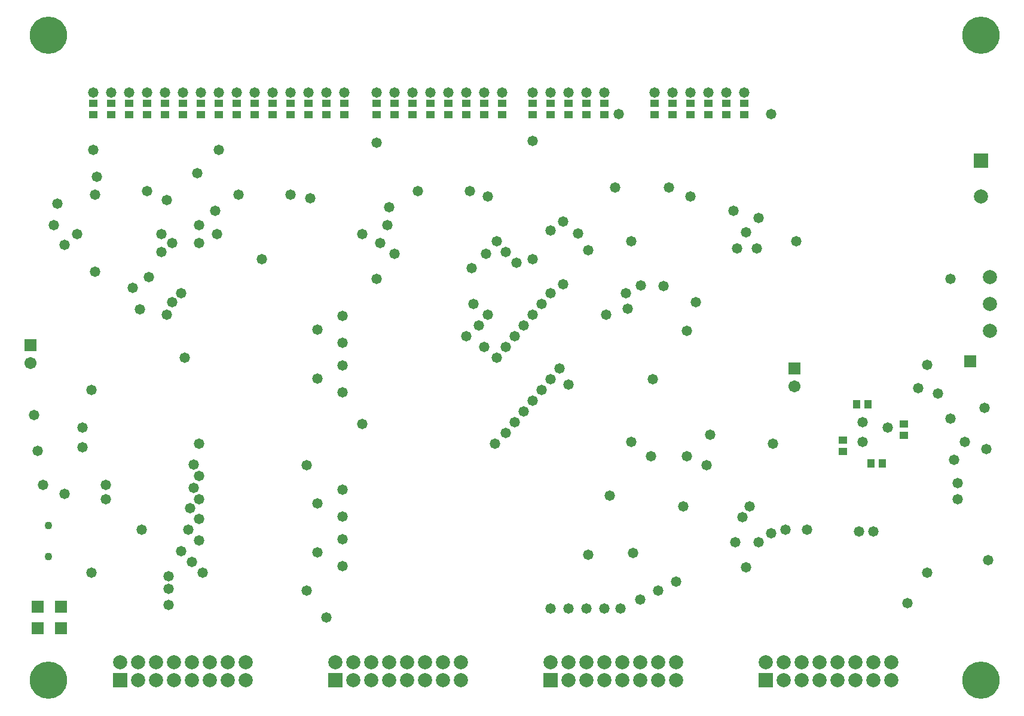
<source format=gbs>
G04*
G04 #@! TF.GenerationSoftware,Altium Limited,Altium Designer,22.3.1 (43)*
G04*
G04 Layer_Color=16711935*
%FSLAX25Y25*%
%MOIN*%
G70*
G04*
G04 #@! TF.SameCoordinates,F15A7EA6-3F3C-4714-8FA7-CF7AF9E4284A*
G04*
G04*
G04 #@! TF.FilePolarity,Negative*
G04*
G01*
G75*
%ADD31R,0.04540X0.03950*%
%ADD32R,0.03950X0.04540*%
%ADD43C,0.07887*%
%ADD44R,0.07887X0.07887*%
%ADD45R,0.07887X0.07887*%
%ADD46C,0.06706*%
%ADD47R,0.06706X0.06706*%
%ADD48C,0.04343*%
%ADD49C,0.20800*%
%ADD50C,0.05800*%
D31*
X408000Y335850D02*
D03*
Y342150D02*
D03*
X358000D02*
D03*
Y335850D02*
D03*
X368000Y342150D02*
D03*
Y335850D02*
D03*
X378000Y342150D02*
D03*
Y335850D02*
D03*
X388000Y342150D02*
D03*
Y335850D02*
D03*
X398000Y342150D02*
D03*
Y335850D02*
D03*
X330000D02*
D03*
Y342150D02*
D03*
X310000Y335850D02*
D03*
Y342150D02*
D03*
X320000Y335850D02*
D03*
Y342150D02*
D03*
X290000Y335850D02*
D03*
Y342150D02*
D03*
X300000Y335850D02*
D03*
Y342150D02*
D03*
X273000Y335850D02*
D03*
Y342150D02*
D03*
X253000Y335850D02*
D03*
Y342150D02*
D03*
X223000Y335850D02*
D03*
Y342150D02*
D03*
X263000Y335850D02*
D03*
Y342150D02*
D03*
X243000Y335850D02*
D03*
Y342150D02*
D03*
X213000Y335850D02*
D03*
Y342150D02*
D03*
X203000Y335850D02*
D03*
Y342150D02*
D03*
X233000Y335850D02*
D03*
Y342150D02*
D03*
X155000Y335850D02*
D03*
Y342150D02*
D03*
X145000Y335850D02*
D03*
Y342150D02*
D03*
X165000Y335850D02*
D03*
Y342150D02*
D03*
X175000Y335850D02*
D03*
Y342150D02*
D03*
X185000Y335850D02*
D03*
Y342150D02*
D03*
X135000Y335850D02*
D03*
Y342150D02*
D03*
X125000Y335850D02*
D03*
Y342150D02*
D03*
X115000Y335850D02*
D03*
Y342150D02*
D03*
X55000Y335850D02*
D03*
Y342150D02*
D03*
X45000Y335701D02*
D03*
Y342000D02*
D03*
X65000Y335850D02*
D03*
Y342150D02*
D03*
X75000Y335850D02*
D03*
Y342150D02*
D03*
X85000Y335701D02*
D03*
Y342000D02*
D03*
X105000Y335850D02*
D03*
Y342150D02*
D03*
X95000Y335850D02*
D03*
Y342150D02*
D03*
X463000Y154150D02*
D03*
Y147850D02*
D03*
X497000Y156850D02*
D03*
Y163150D02*
D03*
D32*
X485150Y141000D02*
D03*
X478850D02*
D03*
X470850Y174000D02*
D03*
X477150D02*
D03*
D43*
X545000Y245000D02*
D03*
Y230000D02*
D03*
Y215000D02*
D03*
X180000Y30000D02*
D03*
X190000Y20000D02*
D03*
Y30000D02*
D03*
X200000Y20000D02*
D03*
Y30000D02*
D03*
X210000Y20000D02*
D03*
Y30000D02*
D03*
X220000Y20000D02*
D03*
Y30000D02*
D03*
X230000Y20000D02*
D03*
Y30000D02*
D03*
X240000Y20000D02*
D03*
Y30000D02*
D03*
X250000Y20000D02*
D03*
Y30000D02*
D03*
X540000Y290000D02*
D03*
X370000Y30000D02*
D03*
Y20000D02*
D03*
X360000Y30000D02*
D03*
Y20000D02*
D03*
X350000Y30000D02*
D03*
Y20000D02*
D03*
X340000Y30000D02*
D03*
Y20000D02*
D03*
X330000Y30000D02*
D03*
Y20000D02*
D03*
X320000Y30000D02*
D03*
Y20000D02*
D03*
X310000Y30000D02*
D03*
Y20000D02*
D03*
X300000Y30000D02*
D03*
X490000D02*
D03*
Y20000D02*
D03*
X480000Y30000D02*
D03*
Y20000D02*
D03*
X470000Y30000D02*
D03*
Y20000D02*
D03*
X460000Y30000D02*
D03*
Y20000D02*
D03*
X450000Y30000D02*
D03*
Y20000D02*
D03*
X440000Y30000D02*
D03*
Y20000D02*
D03*
X430000Y30000D02*
D03*
Y20000D02*
D03*
X420000Y30000D02*
D03*
X130000D02*
D03*
Y20000D02*
D03*
X120000Y30000D02*
D03*
Y20000D02*
D03*
X110000Y30000D02*
D03*
Y20000D02*
D03*
X100000Y30000D02*
D03*
Y20000D02*
D03*
X90000Y30000D02*
D03*
Y20000D02*
D03*
X80000Y30000D02*
D03*
Y20000D02*
D03*
X70000Y30000D02*
D03*
Y20000D02*
D03*
X60000Y30000D02*
D03*
D44*
X180000Y20000D02*
D03*
X300000D02*
D03*
X420000D02*
D03*
X60000D02*
D03*
D45*
X540000Y310000D02*
D03*
D46*
X10000Y197000D02*
D03*
X436000Y184000D02*
D03*
D47*
X10000Y207000D02*
D03*
X14000Y49000D02*
D03*
X534000Y198000D02*
D03*
X27000Y49000D02*
D03*
X14000Y61000D02*
D03*
X27000D02*
D03*
X436000Y194000D02*
D03*
D48*
X20000Y106323D02*
D03*
Y89000D02*
D03*
D49*
X540000Y380000D02*
D03*
X20000D02*
D03*
Y20000D02*
D03*
X540000D02*
D03*
D50*
X510000Y80000D02*
D03*
Y196150D02*
D03*
X443000Y104000D02*
D03*
X431000D02*
D03*
X424000Y152000D02*
D03*
X402000Y282000D02*
D03*
X409000Y270000D02*
D03*
X437000Y265000D02*
D03*
X416000Y278000D02*
D03*
X523000Y166000D02*
D03*
X516000Y180000D02*
D03*
X527000Y121000D02*
D03*
Y130000D02*
D03*
X499000Y63000D02*
D03*
X472000Y103000D02*
D03*
X480000D02*
D03*
X415000Y261000D02*
D03*
X404000D02*
D03*
X408000Y348000D02*
D03*
X423000Y336000D02*
D03*
X256000Y250000D02*
D03*
X300000Y271000D02*
D03*
X307000Y276000D02*
D03*
X264000Y258000D02*
D03*
X300000Y236000D02*
D03*
X260000Y218000D02*
D03*
X205000Y264000D02*
D03*
X257000Y230000D02*
D03*
X265000Y224000D02*
D03*
X210000Y284000D02*
D03*
X263000Y206000D02*
D03*
X209000Y274000D02*
D03*
X195000Y269000D02*
D03*
X253000Y212000D02*
D03*
X195000Y163000D02*
D03*
X170000Y215748D02*
D03*
X544000Y87000D02*
D03*
X543000Y149000D02*
D03*
X525000Y143000D02*
D03*
X531000Y153000D02*
D03*
X71000Y227000D02*
D03*
X76000Y245000D02*
D03*
X67000Y239000D02*
D03*
X72000Y104000D02*
D03*
X139000Y255000D02*
D03*
X114000Y269000D02*
D03*
X113000Y282000D02*
D03*
X104000Y274000D02*
D03*
Y264000D02*
D03*
X103000Y303000D02*
D03*
X23000Y274000D02*
D03*
X25000Y286000D02*
D03*
X36000Y269000D02*
D03*
X29000Y263000D02*
D03*
X94000Y236000D02*
D03*
X83000Y269000D02*
D03*
X89000Y264000D02*
D03*
Y231000D02*
D03*
X86000Y224000D02*
D03*
X83000Y259000D02*
D03*
X290000Y321000D02*
D03*
X47000Y301000D02*
D03*
X96000Y200000D02*
D03*
X505000Y183000D02*
D03*
X523000Y244000D02*
D03*
X416000Y97000D02*
D03*
X423000Y102000D02*
D03*
X381000Y231000D02*
D03*
X343018Y227500D02*
D03*
X331000Y224000D02*
D03*
X376000Y215000D02*
D03*
X411000Y117000D02*
D03*
X407000Y111000D02*
D03*
X307000Y241000D02*
D03*
X290000Y255000D02*
D03*
X203000Y244000D02*
D03*
X281000Y253000D02*
D03*
X275000Y259000D02*
D03*
X280000Y212000D02*
D03*
X270000Y265000D02*
D03*
X315500Y269500D02*
D03*
X310000Y185000D02*
D03*
X387000Y140000D02*
D03*
X389000Y157000D02*
D03*
X333000Y123000D02*
D03*
X346000Y91000D02*
D03*
X356000Y145000D02*
D03*
X376000D02*
D03*
X345000Y153000D02*
D03*
X357000Y188000D02*
D03*
X363000Y240000D02*
D03*
X345000Y265000D02*
D03*
X366000Y295000D02*
D03*
X378000Y290000D02*
D03*
X321000Y260000D02*
D03*
X336000Y295000D02*
D03*
X166000Y289000D02*
D03*
X265000Y290000D02*
D03*
X255000Y293000D02*
D03*
X213000Y258000D02*
D03*
X226000Y293000D02*
D03*
X155000Y291000D02*
D03*
X126000D02*
D03*
X46000Y248000D02*
D03*
X86000Y288000D02*
D03*
X75000Y293000D02*
D03*
X46000Y291000D02*
D03*
X45000Y316000D02*
D03*
X115000D02*
D03*
X203000Y320000D02*
D03*
X338000Y336000D02*
D03*
X403000Y97000D02*
D03*
X409000Y83000D02*
D03*
X342000Y236000D02*
D03*
X350500Y240414D02*
D03*
X290000Y224000D02*
D03*
X374000Y117000D02*
D03*
X175000Y55000D02*
D03*
X29000Y124000D02*
D03*
X52000Y121000D02*
D03*
Y129000D02*
D03*
X17000D02*
D03*
X12000Y168000D02*
D03*
X14000Y148000D02*
D03*
X44000Y80000D02*
D03*
X39000Y161000D02*
D03*
Y150000D02*
D03*
X44000Y182000D02*
D03*
X474000Y164000D02*
D03*
X488000Y161000D02*
D03*
X474000Y153000D02*
D03*
X542000Y172000D02*
D03*
X300000Y60000D02*
D03*
X310000D02*
D03*
X320000D02*
D03*
X330000D02*
D03*
X339000D02*
D03*
X350000Y65000D02*
D03*
X360000Y70000D02*
D03*
X370000Y75000D02*
D03*
X269000Y152000D02*
D03*
X275000Y158000D02*
D03*
X280000Y164000D02*
D03*
X285000Y170000D02*
D03*
X290000Y176000D02*
D03*
X295000Y182000D02*
D03*
X300000Y188000D02*
D03*
X305000Y194000D02*
D03*
X270000Y200000D02*
D03*
X275000Y206000D02*
D03*
X285000Y218000D02*
D03*
X295000Y230000D02*
D03*
X321000Y90000D02*
D03*
X398000Y348000D02*
D03*
X388000D02*
D03*
X378000D02*
D03*
X368000D02*
D03*
X358000D02*
D03*
X330000D02*
D03*
X320000D02*
D03*
X310000D02*
D03*
X300000D02*
D03*
X290000D02*
D03*
X273000D02*
D03*
X263000D02*
D03*
X253000D02*
D03*
X243000D02*
D03*
X233000D02*
D03*
X223000D02*
D03*
X213000D02*
D03*
X203000D02*
D03*
X185000D02*
D03*
X175000D02*
D03*
X165000D02*
D03*
X155000D02*
D03*
X145000D02*
D03*
X135000D02*
D03*
X125000D02*
D03*
X115000D02*
D03*
X105000D02*
D03*
X95000D02*
D03*
X85000D02*
D03*
X75000D02*
D03*
X65000D02*
D03*
X55000D02*
D03*
X45000D02*
D03*
X94000Y92000D02*
D03*
X104000Y98000D02*
D03*
X100000Y86000D02*
D03*
X106000Y80000D02*
D03*
X87000Y78000D02*
D03*
Y71000D02*
D03*
Y62000D02*
D03*
X98000Y104000D02*
D03*
X104000Y110000D02*
D03*
X99000Y116000D02*
D03*
X101000Y127500D02*
D03*
X104000Y121000D02*
D03*
X101000Y140500D02*
D03*
X104000Y134000D02*
D03*
Y152000D02*
D03*
X170000Y188252D02*
D03*
X184000Y180748D02*
D03*
Y195748D02*
D03*
Y208252D02*
D03*
Y223252D02*
D03*
X170000Y91252D02*
D03*
Y118748D02*
D03*
X184000Y83748D02*
D03*
Y98748D02*
D03*
Y111252D02*
D03*
Y126252D02*
D03*
X164000Y70000D02*
D03*
Y140000D02*
D03*
M02*

</source>
